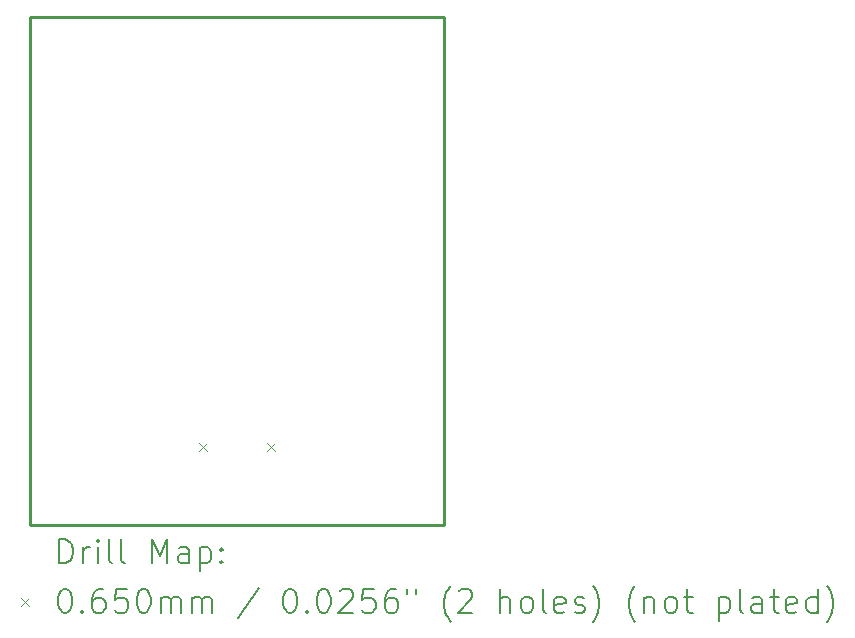
<source format=gbr>
%TF.GenerationSoftware,KiCad,Pcbnew,7.0.9*%
%TF.CreationDate,2023-12-24T12:01:44-08:00*%
%TF.ProjectId,stm43f405,73746d34-3366-4343-9035-2e6b69636164,rev?*%
%TF.SameCoordinates,Original*%
%TF.FileFunction,Drillmap*%
%TF.FilePolarity,Positive*%
%FSLAX45Y45*%
G04 Gerber Fmt 4.5, Leading zero omitted, Abs format (unit mm)*
G04 Created by KiCad (PCBNEW 7.0.9) date 2023-12-24 12:01:44*
%MOMM*%
%LPD*%
G01*
G04 APERTURE LIST*
%ADD10C,0.254000*%
%ADD11C,0.200000*%
%ADD12C,0.100000*%
G04 APERTURE END LIST*
D10*
X8750000Y-2900000D02*
X12250000Y-2900000D01*
X12250000Y-7200000D01*
X8750000Y-7200000D01*
X8750000Y-2900000D01*
D11*
D12*
X10178500Y-6507000D02*
X10243500Y-6572000D01*
X10243500Y-6507000D02*
X10178500Y-6572000D01*
X10756500Y-6507000D02*
X10821500Y-6572000D01*
X10821500Y-6507000D02*
X10756500Y-6572000D01*
D11*
X8998077Y-7524184D02*
X8998077Y-7324184D01*
X8998077Y-7324184D02*
X9045696Y-7324184D01*
X9045696Y-7324184D02*
X9074267Y-7333708D01*
X9074267Y-7333708D02*
X9093315Y-7352755D01*
X9093315Y-7352755D02*
X9102839Y-7371803D01*
X9102839Y-7371803D02*
X9112363Y-7409898D01*
X9112363Y-7409898D02*
X9112363Y-7438469D01*
X9112363Y-7438469D02*
X9102839Y-7476565D01*
X9102839Y-7476565D02*
X9093315Y-7495612D01*
X9093315Y-7495612D02*
X9074267Y-7514660D01*
X9074267Y-7514660D02*
X9045696Y-7524184D01*
X9045696Y-7524184D02*
X8998077Y-7524184D01*
X9198077Y-7524184D02*
X9198077Y-7390850D01*
X9198077Y-7428946D02*
X9207601Y-7409898D01*
X9207601Y-7409898D02*
X9217124Y-7400374D01*
X9217124Y-7400374D02*
X9236172Y-7390850D01*
X9236172Y-7390850D02*
X9255220Y-7390850D01*
X9321886Y-7524184D02*
X9321886Y-7390850D01*
X9321886Y-7324184D02*
X9312363Y-7333708D01*
X9312363Y-7333708D02*
X9321886Y-7343231D01*
X9321886Y-7343231D02*
X9331410Y-7333708D01*
X9331410Y-7333708D02*
X9321886Y-7324184D01*
X9321886Y-7324184D02*
X9321886Y-7343231D01*
X9445696Y-7524184D02*
X9426648Y-7514660D01*
X9426648Y-7514660D02*
X9417124Y-7495612D01*
X9417124Y-7495612D02*
X9417124Y-7324184D01*
X9550458Y-7524184D02*
X9531410Y-7514660D01*
X9531410Y-7514660D02*
X9521886Y-7495612D01*
X9521886Y-7495612D02*
X9521886Y-7324184D01*
X9779029Y-7524184D02*
X9779029Y-7324184D01*
X9779029Y-7324184D02*
X9845696Y-7467041D01*
X9845696Y-7467041D02*
X9912363Y-7324184D01*
X9912363Y-7324184D02*
X9912363Y-7524184D01*
X10093315Y-7524184D02*
X10093315Y-7419422D01*
X10093315Y-7419422D02*
X10083791Y-7400374D01*
X10083791Y-7400374D02*
X10064744Y-7390850D01*
X10064744Y-7390850D02*
X10026648Y-7390850D01*
X10026648Y-7390850D02*
X10007601Y-7400374D01*
X10093315Y-7514660D02*
X10074267Y-7524184D01*
X10074267Y-7524184D02*
X10026648Y-7524184D01*
X10026648Y-7524184D02*
X10007601Y-7514660D01*
X10007601Y-7514660D02*
X9998077Y-7495612D01*
X9998077Y-7495612D02*
X9998077Y-7476565D01*
X9998077Y-7476565D02*
X10007601Y-7457517D01*
X10007601Y-7457517D02*
X10026648Y-7447993D01*
X10026648Y-7447993D02*
X10074267Y-7447993D01*
X10074267Y-7447993D02*
X10093315Y-7438469D01*
X10188553Y-7390850D02*
X10188553Y-7590850D01*
X10188553Y-7400374D02*
X10207601Y-7390850D01*
X10207601Y-7390850D02*
X10245696Y-7390850D01*
X10245696Y-7390850D02*
X10264744Y-7400374D01*
X10264744Y-7400374D02*
X10274267Y-7409898D01*
X10274267Y-7409898D02*
X10283791Y-7428946D01*
X10283791Y-7428946D02*
X10283791Y-7486088D01*
X10283791Y-7486088D02*
X10274267Y-7505136D01*
X10274267Y-7505136D02*
X10264744Y-7514660D01*
X10264744Y-7514660D02*
X10245696Y-7524184D01*
X10245696Y-7524184D02*
X10207601Y-7524184D01*
X10207601Y-7524184D02*
X10188553Y-7514660D01*
X10369505Y-7505136D02*
X10379029Y-7514660D01*
X10379029Y-7514660D02*
X10369505Y-7524184D01*
X10369505Y-7524184D02*
X10359982Y-7514660D01*
X10359982Y-7514660D02*
X10369505Y-7505136D01*
X10369505Y-7505136D02*
X10369505Y-7524184D01*
X10369505Y-7400374D02*
X10379029Y-7409898D01*
X10379029Y-7409898D02*
X10369505Y-7419422D01*
X10369505Y-7419422D02*
X10359982Y-7409898D01*
X10359982Y-7409898D02*
X10369505Y-7400374D01*
X10369505Y-7400374D02*
X10369505Y-7419422D01*
D12*
X8672300Y-7820200D02*
X8737300Y-7885200D01*
X8737300Y-7820200D02*
X8672300Y-7885200D01*
D11*
X9036172Y-7744184D02*
X9055220Y-7744184D01*
X9055220Y-7744184D02*
X9074267Y-7753708D01*
X9074267Y-7753708D02*
X9083791Y-7763231D01*
X9083791Y-7763231D02*
X9093315Y-7782279D01*
X9093315Y-7782279D02*
X9102839Y-7820374D01*
X9102839Y-7820374D02*
X9102839Y-7867993D01*
X9102839Y-7867993D02*
X9093315Y-7906088D01*
X9093315Y-7906088D02*
X9083791Y-7925136D01*
X9083791Y-7925136D02*
X9074267Y-7934660D01*
X9074267Y-7934660D02*
X9055220Y-7944184D01*
X9055220Y-7944184D02*
X9036172Y-7944184D01*
X9036172Y-7944184D02*
X9017124Y-7934660D01*
X9017124Y-7934660D02*
X9007601Y-7925136D01*
X9007601Y-7925136D02*
X8998077Y-7906088D01*
X8998077Y-7906088D02*
X8988553Y-7867993D01*
X8988553Y-7867993D02*
X8988553Y-7820374D01*
X8988553Y-7820374D02*
X8998077Y-7782279D01*
X8998077Y-7782279D02*
X9007601Y-7763231D01*
X9007601Y-7763231D02*
X9017124Y-7753708D01*
X9017124Y-7753708D02*
X9036172Y-7744184D01*
X9188553Y-7925136D02*
X9198077Y-7934660D01*
X9198077Y-7934660D02*
X9188553Y-7944184D01*
X9188553Y-7944184D02*
X9179029Y-7934660D01*
X9179029Y-7934660D02*
X9188553Y-7925136D01*
X9188553Y-7925136D02*
X9188553Y-7944184D01*
X9369505Y-7744184D02*
X9331410Y-7744184D01*
X9331410Y-7744184D02*
X9312363Y-7753708D01*
X9312363Y-7753708D02*
X9302839Y-7763231D01*
X9302839Y-7763231D02*
X9283791Y-7791803D01*
X9283791Y-7791803D02*
X9274267Y-7829898D01*
X9274267Y-7829898D02*
X9274267Y-7906088D01*
X9274267Y-7906088D02*
X9283791Y-7925136D01*
X9283791Y-7925136D02*
X9293315Y-7934660D01*
X9293315Y-7934660D02*
X9312363Y-7944184D01*
X9312363Y-7944184D02*
X9350458Y-7944184D01*
X9350458Y-7944184D02*
X9369505Y-7934660D01*
X9369505Y-7934660D02*
X9379029Y-7925136D01*
X9379029Y-7925136D02*
X9388553Y-7906088D01*
X9388553Y-7906088D02*
X9388553Y-7858469D01*
X9388553Y-7858469D02*
X9379029Y-7839422D01*
X9379029Y-7839422D02*
X9369505Y-7829898D01*
X9369505Y-7829898D02*
X9350458Y-7820374D01*
X9350458Y-7820374D02*
X9312363Y-7820374D01*
X9312363Y-7820374D02*
X9293315Y-7829898D01*
X9293315Y-7829898D02*
X9283791Y-7839422D01*
X9283791Y-7839422D02*
X9274267Y-7858469D01*
X9569505Y-7744184D02*
X9474267Y-7744184D01*
X9474267Y-7744184D02*
X9464744Y-7839422D01*
X9464744Y-7839422D02*
X9474267Y-7829898D01*
X9474267Y-7829898D02*
X9493315Y-7820374D01*
X9493315Y-7820374D02*
X9540934Y-7820374D01*
X9540934Y-7820374D02*
X9559982Y-7829898D01*
X9559982Y-7829898D02*
X9569505Y-7839422D01*
X9569505Y-7839422D02*
X9579029Y-7858469D01*
X9579029Y-7858469D02*
X9579029Y-7906088D01*
X9579029Y-7906088D02*
X9569505Y-7925136D01*
X9569505Y-7925136D02*
X9559982Y-7934660D01*
X9559982Y-7934660D02*
X9540934Y-7944184D01*
X9540934Y-7944184D02*
X9493315Y-7944184D01*
X9493315Y-7944184D02*
X9474267Y-7934660D01*
X9474267Y-7934660D02*
X9464744Y-7925136D01*
X9702839Y-7744184D02*
X9721886Y-7744184D01*
X9721886Y-7744184D02*
X9740934Y-7753708D01*
X9740934Y-7753708D02*
X9750458Y-7763231D01*
X9750458Y-7763231D02*
X9759982Y-7782279D01*
X9759982Y-7782279D02*
X9769505Y-7820374D01*
X9769505Y-7820374D02*
X9769505Y-7867993D01*
X9769505Y-7867993D02*
X9759982Y-7906088D01*
X9759982Y-7906088D02*
X9750458Y-7925136D01*
X9750458Y-7925136D02*
X9740934Y-7934660D01*
X9740934Y-7934660D02*
X9721886Y-7944184D01*
X9721886Y-7944184D02*
X9702839Y-7944184D01*
X9702839Y-7944184D02*
X9683791Y-7934660D01*
X9683791Y-7934660D02*
X9674267Y-7925136D01*
X9674267Y-7925136D02*
X9664744Y-7906088D01*
X9664744Y-7906088D02*
X9655220Y-7867993D01*
X9655220Y-7867993D02*
X9655220Y-7820374D01*
X9655220Y-7820374D02*
X9664744Y-7782279D01*
X9664744Y-7782279D02*
X9674267Y-7763231D01*
X9674267Y-7763231D02*
X9683791Y-7753708D01*
X9683791Y-7753708D02*
X9702839Y-7744184D01*
X9855220Y-7944184D02*
X9855220Y-7810850D01*
X9855220Y-7829898D02*
X9864744Y-7820374D01*
X9864744Y-7820374D02*
X9883791Y-7810850D01*
X9883791Y-7810850D02*
X9912363Y-7810850D01*
X9912363Y-7810850D02*
X9931410Y-7820374D01*
X9931410Y-7820374D02*
X9940934Y-7839422D01*
X9940934Y-7839422D02*
X9940934Y-7944184D01*
X9940934Y-7839422D02*
X9950458Y-7820374D01*
X9950458Y-7820374D02*
X9969505Y-7810850D01*
X9969505Y-7810850D02*
X9998077Y-7810850D01*
X9998077Y-7810850D02*
X10017125Y-7820374D01*
X10017125Y-7820374D02*
X10026648Y-7839422D01*
X10026648Y-7839422D02*
X10026648Y-7944184D01*
X10121886Y-7944184D02*
X10121886Y-7810850D01*
X10121886Y-7829898D02*
X10131410Y-7820374D01*
X10131410Y-7820374D02*
X10150458Y-7810850D01*
X10150458Y-7810850D02*
X10179029Y-7810850D01*
X10179029Y-7810850D02*
X10198077Y-7820374D01*
X10198077Y-7820374D02*
X10207601Y-7839422D01*
X10207601Y-7839422D02*
X10207601Y-7944184D01*
X10207601Y-7839422D02*
X10217125Y-7820374D01*
X10217125Y-7820374D02*
X10236172Y-7810850D01*
X10236172Y-7810850D02*
X10264744Y-7810850D01*
X10264744Y-7810850D02*
X10283791Y-7820374D01*
X10283791Y-7820374D02*
X10293315Y-7839422D01*
X10293315Y-7839422D02*
X10293315Y-7944184D01*
X10683791Y-7734660D02*
X10512363Y-7991803D01*
X10940934Y-7744184D02*
X10959982Y-7744184D01*
X10959982Y-7744184D02*
X10979029Y-7753708D01*
X10979029Y-7753708D02*
X10988553Y-7763231D01*
X10988553Y-7763231D02*
X10998077Y-7782279D01*
X10998077Y-7782279D02*
X11007601Y-7820374D01*
X11007601Y-7820374D02*
X11007601Y-7867993D01*
X11007601Y-7867993D02*
X10998077Y-7906088D01*
X10998077Y-7906088D02*
X10988553Y-7925136D01*
X10988553Y-7925136D02*
X10979029Y-7934660D01*
X10979029Y-7934660D02*
X10959982Y-7944184D01*
X10959982Y-7944184D02*
X10940934Y-7944184D01*
X10940934Y-7944184D02*
X10921887Y-7934660D01*
X10921887Y-7934660D02*
X10912363Y-7925136D01*
X10912363Y-7925136D02*
X10902839Y-7906088D01*
X10902839Y-7906088D02*
X10893315Y-7867993D01*
X10893315Y-7867993D02*
X10893315Y-7820374D01*
X10893315Y-7820374D02*
X10902839Y-7782279D01*
X10902839Y-7782279D02*
X10912363Y-7763231D01*
X10912363Y-7763231D02*
X10921887Y-7753708D01*
X10921887Y-7753708D02*
X10940934Y-7744184D01*
X11093315Y-7925136D02*
X11102839Y-7934660D01*
X11102839Y-7934660D02*
X11093315Y-7944184D01*
X11093315Y-7944184D02*
X11083791Y-7934660D01*
X11083791Y-7934660D02*
X11093315Y-7925136D01*
X11093315Y-7925136D02*
X11093315Y-7944184D01*
X11226648Y-7744184D02*
X11245696Y-7744184D01*
X11245696Y-7744184D02*
X11264744Y-7753708D01*
X11264744Y-7753708D02*
X11274267Y-7763231D01*
X11274267Y-7763231D02*
X11283791Y-7782279D01*
X11283791Y-7782279D02*
X11293315Y-7820374D01*
X11293315Y-7820374D02*
X11293315Y-7867993D01*
X11293315Y-7867993D02*
X11283791Y-7906088D01*
X11283791Y-7906088D02*
X11274267Y-7925136D01*
X11274267Y-7925136D02*
X11264744Y-7934660D01*
X11264744Y-7934660D02*
X11245696Y-7944184D01*
X11245696Y-7944184D02*
X11226648Y-7944184D01*
X11226648Y-7944184D02*
X11207601Y-7934660D01*
X11207601Y-7934660D02*
X11198077Y-7925136D01*
X11198077Y-7925136D02*
X11188553Y-7906088D01*
X11188553Y-7906088D02*
X11179029Y-7867993D01*
X11179029Y-7867993D02*
X11179029Y-7820374D01*
X11179029Y-7820374D02*
X11188553Y-7782279D01*
X11188553Y-7782279D02*
X11198077Y-7763231D01*
X11198077Y-7763231D02*
X11207601Y-7753708D01*
X11207601Y-7753708D02*
X11226648Y-7744184D01*
X11369506Y-7763231D02*
X11379029Y-7753708D01*
X11379029Y-7753708D02*
X11398077Y-7744184D01*
X11398077Y-7744184D02*
X11445696Y-7744184D01*
X11445696Y-7744184D02*
X11464744Y-7753708D01*
X11464744Y-7753708D02*
X11474267Y-7763231D01*
X11474267Y-7763231D02*
X11483791Y-7782279D01*
X11483791Y-7782279D02*
X11483791Y-7801327D01*
X11483791Y-7801327D02*
X11474267Y-7829898D01*
X11474267Y-7829898D02*
X11359982Y-7944184D01*
X11359982Y-7944184D02*
X11483791Y-7944184D01*
X11664744Y-7744184D02*
X11569506Y-7744184D01*
X11569506Y-7744184D02*
X11559982Y-7839422D01*
X11559982Y-7839422D02*
X11569506Y-7829898D01*
X11569506Y-7829898D02*
X11588553Y-7820374D01*
X11588553Y-7820374D02*
X11636172Y-7820374D01*
X11636172Y-7820374D02*
X11655220Y-7829898D01*
X11655220Y-7829898D02*
X11664744Y-7839422D01*
X11664744Y-7839422D02*
X11674267Y-7858469D01*
X11674267Y-7858469D02*
X11674267Y-7906088D01*
X11674267Y-7906088D02*
X11664744Y-7925136D01*
X11664744Y-7925136D02*
X11655220Y-7934660D01*
X11655220Y-7934660D02*
X11636172Y-7944184D01*
X11636172Y-7944184D02*
X11588553Y-7944184D01*
X11588553Y-7944184D02*
X11569506Y-7934660D01*
X11569506Y-7934660D02*
X11559982Y-7925136D01*
X11845696Y-7744184D02*
X11807601Y-7744184D01*
X11807601Y-7744184D02*
X11788553Y-7753708D01*
X11788553Y-7753708D02*
X11779029Y-7763231D01*
X11779029Y-7763231D02*
X11759982Y-7791803D01*
X11759982Y-7791803D02*
X11750458Y-7829898D01*
X11750458Y-7829898D02*
X11750458Y-7906088D01*
X11750458Y-7906088D02*
X11759982Y-7925136D01*
X11759982Y-7925136D02*
X11769506Y-7934660D01*
X11769506Y-7934660D02*
X11788553Y-7944184D01*
X11788553Y-7944184D02*
X11826648Y-7944184D01*
X11826648Y-7944184D02*
X11845696Y-7934660D01*
X11845696Y-7934660D02*
X11855220Y-7925136D01*
X11855220Y-7925136D02*
X11864744Y-7906088D01*
X11864744Y-7906088D02*
X11864744Y-7858469D01*
X11864744Y-7858469D02*
X11855220Y-7839422D01*
X11855220Y-7839422D02*
X11845696Y-7829898D01*
X11845696Y-7829898D02*
X11826648Y-7820374D01*
X11826648Y-7820374D02*
X11788553Y-7820374D01*
X11788553Y-7820374D02*
X11769506Y-7829898D01*
X11769506Y-7829898D02*
X11759982Y-7839422D01*
X11759982Y-7839422D02*
X11750458Y-7858469D01*
X11940934Y-7744184D02*
X11940934Y-7782279D01*
X12017125Y-7744184D02*
X12017125Y-7782279D01*
X12312363Y-8020374D02*
X12302839Y-8010850D01*
X12302839Y-8010850D02*
X12283791Y-7982279D01*
X12283791Y-7982279D02*
X12274268Y-7963231D01*
X12274268Y-7963231D02*
X12264744Y-7934660D01*
X12264744Y-7934660D02*
X12255220Y-7887041D01*
X12255220Y-7887041D02*
X12255220Y-7848946D01*
X12255220Y-7848946D02*
X12264744Y-7801327D01*
X12264744Y-7801327D02*
X12274268Y-7772755D01*
X12274268Y-7772755D02*
X12283791Y-7753708D01*
X12283791Y-7753708D02*
X12302839Y-7725136D01*
X12302839Y-7725136D02*
X12312363Y-7715612D01*
X12379029Y-7763231D02*
X12388553Y-7753708D01*
X12388553Y-7753708D02*
X12407601Y-7744184D01*
X12407601Y-7744184D02*
X12455220Y-7744184D01*
X12455220Y-7744184D02*
X12474268Y-7753708D01*
X12474268Y-7753708D02*
X12483791Y-7763231D01*
X12483791Y-7763231D02*
X12493315Y-7782279D01*
X12493315Y-7782279D02*
X12493315Y-7801327D01*
X12493315Y-7801327D02*
X12483791Y-7829898D01*
X12483791Y-7829898D02*
X12369506Y-7944184D01*
X12369506Y-7944184D02*
X12493315Y-7944184D01*
X12731410Y-7944184D02*
X12731410Y-7744184D01*
X12817125Y-7944184D02*
X12817125Y-7839422D01*
X12817125Y-7839422D02*
X12807601Y-7820374D01*
X12807601Y-7820374D02*
X12788553Y-7810850D01*
X12788553Y-7810850D02*
X12759982Y-7810850D01*
X12759982Y-7810850D02*
X12740934Y-7820374D01*
X12740934Y-7820374D02*
X12731410Y-7829898D01*
X12940934Y-7944184D02*
X12921887Y-7934660D01*
X12921887Y-7934660D02*
X12912363Y-7925136D01*
X12912363Y-7925136D02*
X12902839Y-7906088D01*
X12902839Y-7906088D02*
X12902839Y-7848946D01*
X12902839Y-7848946D02*
X12912363Y-7829898D01*
X12912363Y-7829898D02*
X12921887Y-7820374D01*
X12921887Y-7820374D02*
X12940934Y-7810850D01*
X12940934Y-7810850D02*
X12969506Y-7810850D01*
X12969506Y-7810850D02*
X12988553Y-7820374D01*
X12988553Y-7820374D02*
X12998077Y-7829898D01*
X12998077Y-7829898D02*
X13007601Y-7848946D01*
X13007601Y-7848946D02*
X13007601Y-7906088D01*
X13007601Y-7906088D02*
X12998077Y-7925136D01*
X12998077Y-7925136D02*
X12988553Y-7934660D01*
X12988553Y-7934660D02*
X12969506Y-7944184D01*
X12969506Y-7944184D02*
X12940934Y-7944184D01*
X13121887Y-7944184D02*
X13102839Y-7934660D01*
X13102839Y-7934660D02*
X13093315Y-7915612D01*
X13093315Y-7915612D02*
X13093315Y-7744184D01*
X13274268Y-7934660D02*
X13255220Y-7944184D01*
X13255220Y-7944184D02*
X13217125Y-7944184D01*
X13217125Y-7944184D02*
X13198077Y-7934660D01*
X13198077Y-7934660D02*
X13188553Y-7915612D01*
X13188553Y-7915612D02*
X13188553Y-7839422D01*
X13188553Y-7839422D02*
X13198077Y-7820374D01*
X13198077Y-7820374D02*
X13217125Y-7810850D01*
X13217125Y-7810850D02*
X13255220Y-7810850D01*
X13255220Y-7810850D02*
X13274268Y-7820374D01*
X13274268Y-7820374D02*
X13283791Y-7839422D01*
X13283791Y-7839422D02*
X13283791Y-7858469D01*
X13283791Y-7858469D02*
X13188553Y-7877517D01*
X13359982Y-7934660D02*
X13379030Y-7944184D01*
X13379030Y-7944184D02*
X13417125Y-7944184D01*
X13417125Y-7944184D02*
X13436172Y-7934660D01*
X13436172Y-7934660D02*
X13445696Y-7915612D01*
X13445696Y-7915612D02*
X13445696Y-7906088D01*
X13445696Y-7906088D02*
X13436172Y-7887041D01*
X13436172Y-7887041D02*
X13417125Y-7877517D01*
X13417125Y-7877517D02*
X13388553Y-7877517D01*
X13388553Y-7877517D02*
X13369506Y-7867993D01*
X13369506Y-7867993D02*
X13359982Y-7848946D01*
X13359982Y-7848946D02*
X13359982Y-7839422D01*
X13359982Y-7839422D02*
X13369506Y-7820374D01*
X13369506Y-7820374D02*
X13388553Y-7810850D01*
X13388553Y-7810850D02*
X13417125Y-7810850D01*
X13417125Y-7810850D02*
X13436172Y-7820374D01*
X13512363Y-8020374D02*
X13521887Y-8010850D01*
X13521887Y-8010850D02*
X13540934Y-7982279D01*
X13540934Y-7982279D02*
X13550458Y-7963231D01*
X13550458Y-7963231D02*
X13559982Y-7934660D01*
X13559982Y-7934660D02*
X13569506Y-7887041D01*
X13569506Y-7887041D02*
X13569506Y-7848946D01*
X13569506Y-7848946D02*
X13559982Y-7801327D01*
X13559982Y-7801327D02*
X13550458Y-7772755D01*
X13550458Y-7772755D02*
X13540934Y-7753708D01*
X13540934Y-7753708D02*
X13521887Y-7725136D01*
X13521887Y-7725136D02*
X13512363Y-7715612D01*
X13874268Y-8020374D02*
X13864744Y-8010850D01*
X13864744Y-8010850D02*
X13845696Y-7982279D01*
X13845696Y-7982279D02*
X13836172Y-7963231D01*
X13836172Y-7963231D02*
X13826649Y-7934660D01*
X13826649Y-7934660D02*
X13817125Y-7887041D01*
X13817125Y-7887041D02*
X13817125Y-7848946D01*
X13817125Y-7848946D02*
X13826649Y-7801327D01*
X13826649Y-7801327D02*
X13836172Y-7772755D01*
X13836172Y-7772755D02*
X13845696Y-7753708D01*
X13845696Y-7753708D02*
X13864744Y-7725136D01*
X13864744Y-7725136D02*
X13874268Y-7715612D01*
X13950458Y-7810850D02*
X13950458Y-7944184D01*
X13950458Y-7829898D02*
X13959982Y-7820374D01*
X13959982Y-7820374D02*
X13979030Y-7810850D01*
X13979030Y-7810850D02*
X14007601Y-7810850D01*
X14007601Y-7810850D02*
X14026649Y-7820374D01*
X14026649Y-7820374D02*
X14036172Y-7839422D01*
X14036172Y-7839422D02*
X14036172Y-7944184D01*
X14159982Y-7944184D02*
X14140934Y-7934660D01*
X14140934Y-7934660D02*
X14131411Y-7925136D01*
X14131411Y-7925136D02*
X14121887Y-7906088D01*
X14121887Y-7906088D02*
X14121887Y-7848946D01*
X14121887Y-7848946D02*
X14131411Y-7829898D01*
X14131411Y-7829898D02*
X14140934Y-7820374D01*
X14140934Y-7820374D02*
X14159982Y-7810850D01*
X14159982Y-7810850D02*
X14188553Y-7810850D01*
X14188553Y-7810850D02*
X14207601Y-7820374D01*
X14207601Y-7820374D02*
X14217125Y-7829898D01*
X14217125Y-7829898D02*
X14226649Y-7848946D01*
X14226649Y-7848946D02*
X14226649Y-7906088D01*
X14226649Y-7906088D02*
X14217125Y-7925136D01*
X14217125Y-7925136D02*
X14207601Y-7934660D01*
X14207601Y-7934660D02*
X14188553Y-7944184D01*
X14188553Y-7944184D02*
X14159982Y-7944184D01*
X14283792Y-7810850D02*
X14359982Y-7810850D01*
X14312363Y-7744184D02*
X14312363Y-7915612D01*
X14312363Y-7915612D02*
X14321887Y-7934660D01*
X14321887Y-7934660D02*
X14340934Y-7944184D01*
X14340934Y-7944184D02*
X14359982Y-7944184D01*
X14579030Y-7810850D02*
X14579030Y-8010850D01*
X14579030Y-7820374D02*
X14598077Y-7810850D01*
X14598077Y-7810850D02*
X14636173Y-7810850D01*
X14636173Y-7810850D02*
X14655220Y-7820374D01*
X14655220Y-7820374D02*
X14664744Y-7829898D01*
X14664744Y-7829898D02*
X14674268Y-7848946D01*
X14674268Y-7848946D02*
X14674268Y-7906088D01*
X14674268Y-7906088D02*
X14664744Y-7925136D01*
X14664744Y-7925136D02*
X14655220Y-7934660D01*
X14655220Y-7934660D02*
X14636173Y-7944184D01*
X14636173Y-7944184D02*
X14598077Y-7944184D01*
X14598077Y-7944184D02*
X14579030Y-7934660D01*
X14788553Y-7944184D02*
X14769506Y-7934660D01*
X14769506Y-7934660D02*
X14759982Y-7915612D01*
X14759982Y-7915612D02*
X14759982Y-7744184D01*
X14950458Y-7944184D02*
X14950458Y-7839422D01*
X14950458Y-7839422D02*
X14940934Y-7820374D01*
X14940934Y-7820374D02*
X14921887Y-7810850D01*
X14921887Y-7810850D02*
X14883792Y-7810850D01*
X14883792Y-7810850D02*
X14864744Y-7820374D01*
X14950458Y-7934660D02*
X14931411Y-7944184D01*
X14931411Y-7944184D02*
X14883792Y-7944184D01*
X14883792Y-7944184D02*
X14864744Y-7934660D01*
X14864744Y-7934660D02*
X14855220Y-7915612D01*
X14855220Y-7915612D02*
X14855220Y-7896565D01*
X14855220Y-7896565D02*
X14864744Y-7877517D01*
X14864744Y-7877517D02*
X14883792Y-7867993D01*
X14883792Y-7867993D02*
X14931411Y-7867993D01*
X14931411Y-7867993D02*
X14950458Y-7858469D01*
X15017125Y-7810850D02*
X15093315Y-7810850D01*
X15045696Y-7744184D02*
X15045696Y-7915612D01*
X15045696Y-7915612D02*
X15055220Y-7934660D01*
X15055220Y-7934660D02*
X15074268Y-7944184D01*
X15074268Y-7944184D02*
X15093315Y-7944184D01*
X15236173Y-7934660D02*
X15217125Y-7944184D01*
X15217125Y-7944184D02*
X15179030Y-7944184D01*
X15179030Y-7944184D02*
X15159982Y-7934660D01*
X15159982Y-7934660D02*
X15150458Y-7915612D01*
X15150458Y-7915612D02*
X15150458Y-7839422D01*
X15150458Y-7839422D02*
X15159982Y-7820374D01*
X15159982Y-7820374D02*
X15179030Y-7810850D01*
X15179030Y-7810850D02*
X15217125Y-7810850D01*
X15217125Y-7810850D02*
X15236173Y-7820374D01*
X15236173Y-7820374D02*
X15245696Y-7839422D01*
X15245696Y-7839422D02*
X15245696Y-7858469D01*
X15245696Y-7858469D02*
X15150458Y-7877517D01*
X15417125Y-7944184D02*
X15417125Y-7744184D01*
X15417125Y-7934660D02*
X15398077Y-7944184D01*
X15398077Y-7944184D02*
X15359982Y-7944184D01*
X15359982Y-7944184D02*
X15340934Y-7934660D01*
X15340934Y-7934660D02*
X15331411Y-7925136D01*
X15331411Y-7925136D02*
X15321887Y-7906088D01*
X15321887Y-7906088D02*
X15321887Y-7848946D01*
X15321887Y-7848946D02*
X15331411Y-7829898D01*
X15331411Y-7829898D02*
X15340934Y-7820374D01*
X15340934Y-7820374D02*
X15359982Y-7810850D01*
X15359982Y-7810850D02*
X15398077Y-7810850D01*
X15398077Y-7810850D02*
X15417125Y-7820374D01*
X15493315Y-8020374D02*
X15502839Y-8010850D01*
X15502839Y-8010850D02*
X15521887Y-7982279D01*
X15521887Y-7982279D02*
X15531411Y-7963231D01*
X15531411Y-7963231D02*
X15540934Y-7934660D01*
X15540934Y-7934660D02*
X15550458Y-7887041D01*
X15550458Y-7887041D02*
X15550458Y-7848946D01*
X15550458Y-7848946D02*
X15540934Y-7801327D01*
X15540934Y-7801327D02*
X15531411Y-7772755D01*
X15531411Y-7772755D02*
X15521887Y-7753708D01*
X15521887Y-7753708D02*
X15502839Y-7725136D01*
X15502839Y-7725136D02*
X15493315Y-7715612D01*
M02*

</source>
